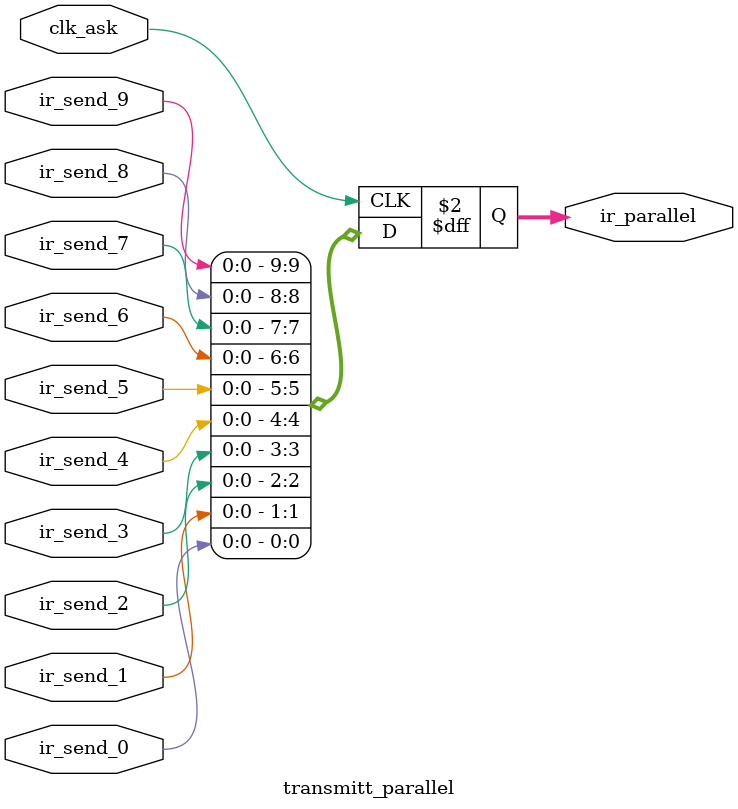
<source format=v>
`timescale 1ns / 1ps


module transmitt_parallel(
    input clk_ask,
    input wire ir_send_0,
    input wire ir_send_1,
    input wire ir_send_2,
    input wire ir_send_3,
    input wire ir_send_4,
    input wire ir_send_5,
    input wire ir_send_6,
    input wire ir_send_7,
    input wire ir_send_8,
    input wire ir_send_9,
    output reg[9:0] ir_parallel
);
always @(posedge clk_ask) begin
    ir_parallel[0] <= ir_send_0;
    ir_parallel[1] <= ir_send_1;
    ir_parallel[2] <= ir_send_2;
    ir_parallel[3] <= ir_send_3;
    ir_parallel[4] <= ir_send_4;
    ir_parallel[5] <= ir_send_5;
    ir_parallel[6] <= ir_send_6;
    ir_parallel[7] <= ir_send_7;
    ir_parallel[8] <= ir_send_8;
    ir_parallel[9] <= ir_send_9;
end   
endmodule

</source>
